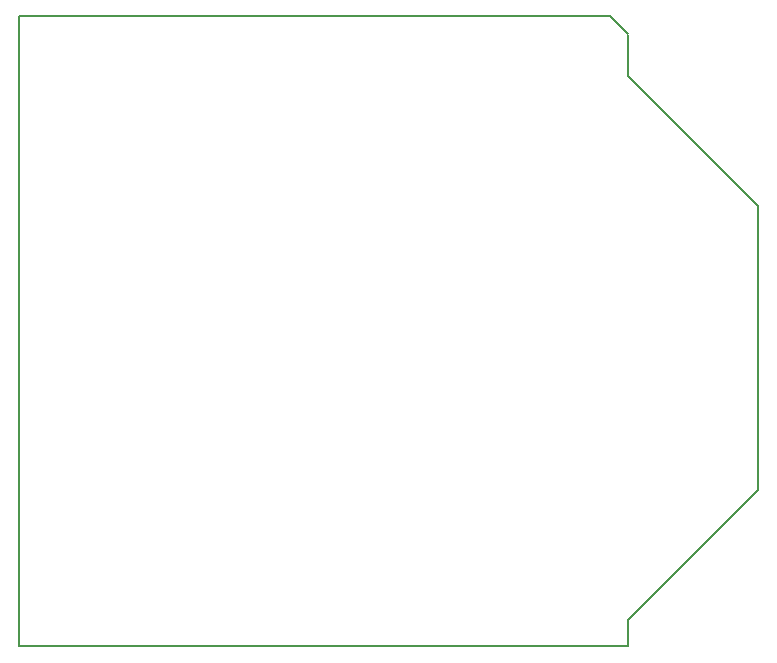
<source format=gko>
G04 #@! TF.FileFunction,Profile,NP*
%FSLAX46Y46*%
G04 Gerber Fmt 4.6, Leading zero omitted, Abs format (unit mm)*
G04 Created by KiCad (PCBNEW (2015-11-24 BZR 6329)-product) date Sun 10 Apr 2016 02:36:14 PM EDT*
%MOMM*%
G01*
G04 APERTURE LIST*
%ADD10C,0.100000*%
%ADD11C,0.150000*%
G04 APERTURE END LIST*
D10*
D11*
X176998000Y-124115000D02*
X176998000Y-126365000D01*
X176998000Y-124115000D02*
X176998000Y-124365000D01*
X187998000Y-113115000D02*
X176998000Y-124115000D01*
X187998000Y-89115000D02*
X187998000Y-113115000D01*
X176998000Y-78115000D02*
X187998000Y-89115000D01*
X176998000Y-74615000D02*
X176998000Y-78115000D01*
X175498000Y-73015000D02*
X125498000Y-73015000D01*
X176998000Y-126365000D02*
X125498000Y-126365000D01*
X177038000Y-74549000D02*
X175514000Y-73025000D01*
X125498000Y-73025000D02*
X125498000Y-126365000D01*
M02*

</source>
